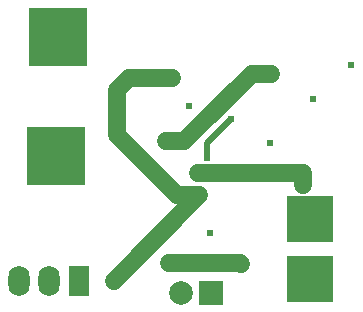
<source format=gbl>
G04 Layer: BottomLayer*
G04 EasyEDA v6.5.34, 2023-10-05 20:18:03*
G04 Gerber Generator version 0.2*
G04 Scale: 100 percent, Rotated: No, Reflected: No *
G04 Dimensions in millimeters *
G04 leading zeros omitted , absolute positions ,4 integer and 5 decimal *
%FSLAX45Y45*%
%MOMM*%

%ADD10C,1.5000*%
%ADD11C,0.5000*%
%ADD12O,1.7999964X2.5999948*%
%ADD13R,1.8000X2.6000*%
%ADD14R,5.0000X5.0000*%
%ADD15R,2.0000X2.0000*%
%ADD16C,2.0000*%
%ADD17R,4.0000X4.0000*%
%ADD18C,0.6200*%

%LPD*%
D10*
X2527300Y12547600D02*
G01*
X3416300Y12547600D01*
X3416300Y12446000D01*
D11*
X2806700Y13004800D02*
G01*
X2603500Y12801600D01*
X2603500Y12674600D01*
D10*
X1816100Y11633200D02*
G01*
X2540000Y12357100D01*
X2311400Y13347700D02*
G01*
X1943100Y13347700D01*
X1841500Y13246100D01*
X1841500Y12865100D01*
X2349500Y12357100D01*
X2540000Y12357100D01*
X3149600Y13385800D02*
G01*
X2984500Y13385800D01*
X2489200Y12890500D01*
X2413000Y12814300D01*
X2260600Y12814300D01*
X2895600Y11772900D02*
G01*
X2882900Y11785600D01*
X2286000Y11785600D01*
D12*
G01*
X1270000Y11632692D03*
G01*
X1015974Y11633682D03*
D13*
G01*
X1524000Y11632692D03*
D14*
G01*
X1327150Y12693624D03*
G01*
X1339850Y13696924D03*
D15*
G01*
X2641600Y11531600D03*
D16*
G01*
X2387600Y11531600D03*
D17*
G01*
X3479800Y11645874D03*
G01*
X3479800Y12153874D03*
D18*
G01*
X2451100Y13115036D03*
G01*
X3136900Y12801600D03*
G01*
X3505200Y13169900D03*
G01*
X3822700Y13462000D03*
G01*
X2806700Y13004800D03*
G01*
X2603500Y12674600D03*
G01*
X2628900Y12039600D03*
G01*
X1816100Y11633200D03*
G01*
X2540000Y12357100D03*
G01*
X2311400Y13347700D03*
G01*
X3149600Y13385800D03*
G01*
X2260600Y12814300D03*
G01*
X2527300Y12547600D03*
G01*
X3416300Y12446000D03*
G01*
X2895600Y11772900D03*
G01*
X2286000Y11785600D03*
M02*

</source>
